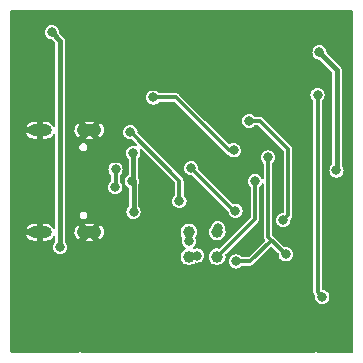
<source format=gbr>
%TF.GenerationSoftware,KiCad,Pcbnew,7.0.7-7.0.7~ubuntu23.04.1*%
%TF.CreationDate,2023-09-26T23:16:17+00:00*%
%TF.ProjectId,TFUSBSERIAL01,54465553-4253-4455-9249-414c30312e6b,REV*%
%TF.SameCoordinates,Original*%
%TF.FileFunction,Copper,L1,Top*%
%TF.FilePolarity,Positive*%
%FSLAX46Y46*%
G04 Gerber Fmt 4.6, Leading zero omitted, Abs format (unit mm)*
G04 Created by KiCad (PCBNEW 7.0.7-7.0.7~ubuntu23.04.1) date 2023-09-26 23:16:17*
%MOMM*%
%LPD*%
G01*
G04 APERTURE LIST*
%TA.AperFunction,SMDPad,CuDef*%
%ADD10C,1.000000*%
%TD*%
%TA.AperFunction,ComponentPad*%
%ADD11O,2.000000X1.000000*%
%TD*%
%TA.AperFunction,ComponentPad*%
%ADD12O,2.100000X1.050000*%
%TD*%
%TA.AperFunction,ViaPad*%
%ADD13C,0.800000*%
%TD*%
%TA.AperFunction,Conductor*%
%ADD14C,0.300000*%
%TD*%
%TA.AperFunction,Conductor*%
%ADD15C,0.400000*%
%TD*%
G04 APERTURE END LIST*
D10*
%TO.P,TP3,1,1*%
%TO.N,Net-(U2-~{DCD})*%
X151200000Y-104600000D03*
%TD*%
%TO.P,TP1,1,1*%
%TO.N,Net-(U2-~{DTR})*%
X153600000Y-106700000D03*
%TD*%
%TO.P,TP4,1,1*%
%TO.N,Net-(U2-~{RI})*%
X153600000Y-104600000D03*
%TD*%
%TO.P,TP2,1,1*%
%TO.N,Net-(U2-~{DSR})*%
X151200000Y-106700000D03*
%TD*%
D11*
%TO.P,J1,G1,SHIELD*%
%TO.N,GND*%
X138591200Y-104637000D03*
%TO.P,J1,G2,SHIELD*%
X138591200Y-95997000D03*
D12*
%TO.P,J1,G3,SHIELD*%
X142771200Y-104637000D03*
%TO.P,J1,G4,SHIELD*%
X142771200Y-95997000D03*
%TD*%
D13*
%TO.N,GND*%
X148040000Y-102871000D03*
X151047000Y-86800000D03*
X162391000Y-86361000D03*
X137626000Y-89663000D03*
X160500000Y-112400000D03*
X144600000Y-95800000D03*
X154349000Y-86800000D03*
X163153000Y-114301000D03*
X163534000Y-86361000D03*
X155400000Y-108200000D03*
X137753000Y-112015000D03*
X164550000Y-86361000D03*
X137753000Y-107697000D03*
X145246000Y-96775000D03*
X137626000Y-92838000D03*
X148441809Y-97259855D03*
X156000000Y-86800000D03*
X155100000Y-110947200D03*
X145119000Y-104141000D03*
X146200000Y-90400000D03*
X154900000Y-96600000D03*
X160994000Y-114301000D03*
X144992000Y-110110000D03*
X152698000Y-86800000D03*
X137753000Y-109475000D03*
X155200000Y-98800000D03*
X145700000Y-114100000D03*
X137626000Y-91314000D03*
X162137000Y-114301000D03*
X161248000Y-86361000D03*
X164296000Y-114301000D03*
X143300000Y-92400000D03*
X147400000Y-95700000D03*
%TO.N,Net-(U2-3V3OUT)*%
X151400000Y-99200000D03*
X155149500Y-102800000D03*
%TO.N,Net-(D1-A)*%
X162255000Y-89400000D03*
X163700000Y-99400000D03*
%TO.N,/VBUS*%
X146516000Y-102900000D03*
X146359940Y-100300014D03*
X146500000Y-97917000D03*
%TO.N,/D+*%
X144991190Y-99310863D03*
X144974000Y-100816500D03*
%TO.N,/TXD*%
X156300000Y-95200000D03*
X159200000Y-103600000D03*
%TO.N,/RXD*%
X159400000Y-106500000D03*
X155200000Y-107100000D03*
X157900000Y-98300000D03*
%TO.N,/#CTS*%
X162500000Y-110100000D03*
X162100000Y-93000000D03*
%TO.N,/RXLED{slash}CBUS1*%
X148200000Y-93218000D03*
X155000000Y-97700000D03*
%TO.N,/TXLED{slash}CBUS2*%
X150400000Y-102000000D03*
X146250000Y-96150000D03*
%TO.N,+5V*%
X140300000Y-105900000D03*
X139600000Y-87700000D03*
%TO.N,Net-(U2-~{RI})*%
X153650500Y-104300000D03*
%TO.N,Net-(U2-~{DSR})*%
X151900000Y-106600000D03*
%TO.N,Net-(U2-~{DCD})*%
X151200510Y-105400000D03*
%TO.N,Net-(U2-~{DTR})*%
X156800000Y-100300000D03*
%TD*%
D14*
%TO.N,Net-(U2-3V3OUT)*%
X151400000Y-99200000D02*
X155000000Y-102800000D01*
X155000000Y-102800000D02*
X155149500Y-102800000D01*
D15*
%TO.N,Net-(D1-A)*%
X162255000Y-89400000D02*
X163748511Y-90893511D01*
X163748511Y-90893511D02*
X163748511Y-99351489D01*
X163748511Y-99351489D02*
X163700000Y-99400000D01*
%TO.N,/VBUS*%
X146359940Y-100300014D02*
X146500000Y-100159954D01*
X146359940Y-100300014D02*
X146516000Y-100456074D01*
X146516000Y-100456074D02*
X146516000Y-102900000D01*
X146500000Y-100159954D02*
X146500000Y-97917000D01*
D14*
%TO.N,/D+*%
X144991190Y-100799310D02*
X144974000Y-100816500D01*
X144991190Y-99310863D02*
X144991190Y-100799310D01*
%TO.N,/TXD*%
X159600000Y-97600000D02*
X157200000Y-95200000D01*
X159200000Y-103600000D02*
X159600000Y-103200000D01*
X157200000Y-95200000D02*
X156300000Y-95200000D01*
X159600000Y-103200000D02*
X159600000Y-97600000D01*
%TO.N,/RXD*%
X157900000Y-98300000D02*
X157900000Y-105000000D01*
X155200000Y-107100000D02*
X156400000Y-107100000D01*
X156400000Y-107100000D02*
X158150000Y-105350000D01*
X157900000Y-105000000D02*
X159400000Y-106500000D01*
X158150000Y-105350000D02*
X158150000Y-105250000D01*
%TO.N,/#CTS*%
X162100000Y-93000000D02*
X162100000Y-109700000D01*
X162100000Y-109700000D02*
X162500000Y-110100000D01*
%TO.N,/RXLED{slash}CBUS1*%
X155000000Y-97700000D02*
X154600000Y-97700000D01*
X154600000Y-97700000D02*
X150118000Y-93218000D01*
X150118000Y-93218000D02*
X148200000Y-93218000D01*
%TO.N,/TXLED{slash}CBUS2*%
X150400000Y-100278000D02*
X150400000Y-102000000D01*
X146250000Y-96150000D02*
X146272000Y-96150000D01*
X146272000Y-96150000D02*
X150400000Y-100278000D01*
D15*
%TO.N,+5V*%
X140300000Y-105900000D02*
X140300000Y-88400000D01*
X140300000Y-88400000D02*
X139600000Y-87700000D01*
D14*
%TO.N,Net-(U2-~{DCD})*%
X151200510Y-105400000D02*
X151200510Y-104600510D01*
X151200510Y-104600510D02*
X151200000Y-104600000D01*
%TO.N,Net-(U2-~{DTR})*%
X156800000Y-103500000D02*
X153600000Y-106700000D01*
X156800000Y-100300000D02*
X156800000Y-103500000D01*
%TD*%
%TA.AperFunction,Conductor*%
%TO.N,GND*%
G36*
X165052691Y-85836407D02*
G01*
X165088655Y-85885907D01*
X165093500Y-85916500D01*
X165093500Y-114717500D01*
X165074593Y-114775691D01*
X165025093Y-114811655D01*
X164994500Y-114816500D01*
X162144092Y-114816500D01*
X162116202Y-114812490D01*
X162092834Y-114805629D01*
X162071962Y-114799500D01*
X162071961Y-114799500D01*
X161928039Y-114799500D01*
X161928037Y-114799500D01*
X161899674Y-114807828D01*
X161883797Y-114812490D01*
X161855908Y-114816500D01*
X142144092Y-114816500D01*
X142116202Y-114812490D01*
X142092834Y-114805629D01*
X142071962Y-114799500D01*
X142071961Y-114799500D01*
X141928039Y-114799500D01*
X141928037Y-114799500D01*
X141899674Y-114807828D01*
X141883797Y-114812490D01*
X141855908Y-114816500D01*
X136193500Y-114816500D01*
X136135309Y-114797593D01*
X136099345Y-114748093D01*
X136094500Y-114717500D01*
X136094500Y-106700000D01*
X150494355Y-106700000D01*
X150514860Y-106868872D01*
X150575182Y-107027930D01*
X150671816Y-107167927D01*
X150671818Y-107167930D01*
X150714260Y-107205530D01*
X150799148Y-107280734D01*
X150949775Y-107359790D01*
X151114944Y-107400500D01*
X151114947Y-107400500D01*
X151285053Y-107400500D01*
X151285056Y-107400500D01*
X151450225Y-107359790D01*
X151600852Y-107280734D01*
X151600854Y-107280731D01*
X151600856Y-107280731D01*
X151679511Y-107211049D01*
X151735605Y-107186613D01*
X151758079Y-107186997D01*
X151849641Y-107199052D01*
X151899999Y-107205682D01*
X151900000Y-107205682D01*
X151900001Y-107205682D01*
X151931352Y-107201554D01*
X152056762Y-107185044D01*
X152202841Y-107124536D01*
X152328282Y-107028282D01*
X152424536Y-106902841D01*
X152485044Y-106756762D01*
X152492517Y-106700000D01*
X152894355Y-106700000D01*
X152914860Y-106868872D01*
X152975182Y-107027930D01*
X153071816Y-107167927D01*
X153071818Y-107167930D01*
X153114260Y-107205530D01*
X153199148Y-107280734D01*
X153349775Y-107359790D01*
X153514944Y-107400500D01*
X153514947Y-107400500D01*
X153685053Y-107400500D01*
X153685056Y-107400500D01*
X153850225Y-107359790D01*
X154000852Y-107280734D01*
X154128183Y-107167929D01*
X154224818Y-107027930D01*
X154285140Y-106868872D01*
X154305645Y-106700000D01*
X154288721Y-106560621D01*
X154300476Y-106500577D01*
X154316991Y-106478689D01*
X157014884Y-103780796D01*
X157030734Y-103767926D01*
X157040669Y-103761437D01*
X157061338Y-103734879D01*
X157065388Y-103730292D01*
X157068375Y-103727307D01*
X157081044Y-103709562D01*
X157112517Y-103669126D01*
X157112519Y-103669118D01*
X157116021Y-103662649D01*
X157119238Y-103656068D01*
X157119237Y-103656068D01*
X157119239Y-103656067D01*
X157133858Y-103606962D01*
X157150500Y-103558488D01*
X157150500Y-103558487D01*
X157151706Y-103551259D01*
X157152617Y-103543954D01*
X157150500Y-103492769D01*
X157150500Y-100836787D01*
X157169407Y-100778596D01*
X157189233Y-100758245D01*
X157228282Y-100728282D01*
X157324536Y-100602841D01*
X157359035Y-100519551D01*
X157398772Y-100473025D01*
X157458267Y-100458741D01*
X157514795Y-100482156D01*
X157546765Y-100534324D01*
X157549500Y-100557436D01*
X157549500Y-104953381D01*
X157547393Y-104973696D01*
X157544957Y-104985315D01*
X157547462Y-105005407D01*
X157549120Y-105018709D01*
X157549500Y-105024837D01*
X157549500Y-105029040D01*
X157551047Y-105038311D01*
X157553087Y-105050541D01*
X157559425Y-105101388D01*
X157561527Y-105108448D01*
X157563907Y-105115380D01*
X157588295Y-105160444D01*
X157610801Y-105206482D01*
X157615078Y-105212472D01*
X157619580Y-105218256D01*
X157630353Y-105228174D01*
X157660358Y-105281497D01*
X157653291Y-105342273D01*
X157633304Y-105371013D01*
X156283814Y-106720504D01*
X156229297Y-106748281D01*
X156213810Y-106749500D01*
X155736787Y-106749500D01*
X155678596Y-106730593D01*
X155658245Y-106710767D01*
X155628285Y-106671722D01*
X155628282Y-106671718D01*
X155628277Y-106671714D01*
X155628276Y-106671713D01*
X155502838Y-106575462D01*
X155356766Y-106514957D01*
X155356758Y-106514955D01*
X155200001Y-106494318D01*
X155199999Y-106494318D01*
X155043241Y-106514955D01*
X155043233Y-106514957D01*
X154897161Y-106575462D01*
X154897160Y-106575462D01*
X154771723Y-106671713D01*
X154771713Y-106671723D01*
X154675462Y-106797160D01*
X154675462Y-106797161D01*
X154614957Y-106943233D01*
X154614955Y-106943241D01*
X154594318Y-107099999D01*
X154594318Y-107100000D01*
X154614955Y-107256758D01*
X154614957Y-107256766D01*
X154675462Y-107402838D01*
X154675462Y-107402839D01*
X154771713Y-107528276D01*
X154771718Y-107528282D01*
X154897159Y-107624536D01*
X155043238Y-107685044D01*
X155160809Y-107700522D01*
X155199999Y-107705682D01*
X155200000Y-107705682D01*
X155200001Y-107705682D01*
X155231352Y-107701554D01*
X155356762Y-107685044D01*
X155502841Y-107624536D01*
X155628282Y-107528282D01*
X155658245Y-107489232D01*
X155708669Y-107454577D01*
X155736787Y-107450500D01*
X156353381Y-107450500D01*
X156373696Y-107452607D01*
X156375844Y-107453057D01*
X156385315Y-107455043D01*
X156418712Y-107450879D01*
X156424837Y-107450500D01*
X156429041Y-107450500D01*
X156439790Y-107448706D01*
X156450540Y-107446912D01*
X156501393Y-107440573D01*
X156501396Y-107440571D01*
X156508429Y-107438477D01*
X156515377Y-107436092D01*
X156515381Y-107436092D01*
X156560444Y-107411704D01*
X156606484Y-107389198D01*
X156612470Y-107384923D01*
X156618256Y-107380420D01*
X156652957Y-107342724D01*
X157338923Y-106656758D01*
X158129995Y-105865684D01*
X158184512Y-105837908D01*
X158244944Y-105847479D01*
X158270003Y-105865685D01*
X158772592Y-106368274D01*
X158800369Y-106422791D01*
X158800741Y-106451197D01*
X158794318Y-106499995D01*
X158794318Y-106500000D01*
X158814955Y-106656758D01*
X158814957Y-106656766D01*
X158875462Y-106802838D01*
X158875462Y-106802839D01*
X158926131Y-106868872D01*
X158971718Y-106928282D01*
X159097159Y-107024536D01*
X159097160Y-107024536D01*
X159097161Y-107024537D01*
X159106212Y-107028286D01*
X159243238Y-107085044D01*
X159356833Y-107099999D01*
X159399999Y-107105682D01*
X159400000Y-107105682D01*
X159400001Y-107105682D01*
X159443167Y-107099999D01*
X159556762Y-107085044D01*
X159702841Y-107024536D01*
X159828282Y-106928282D01*
X159924536Y-106802841D01*
X159985044Y-106656762D01*
X160005682Y-106500000D01*
X159985044Y-106343238D01*
X159965958Y-106297160D01*
X159924537Y-106197161D01*
X159924537Y-106197160D01*
X159828286Y-106071723D01*
X159828285Y-106071722D01*
X159828282Y-106071718D01*
X159828277Y-106071714D01*
X159828276Y-106071713D01*
X159702838Y-105975462D01*
X159556766Y-105914957D01*
X159556758Y-105914955D01*
X159400001Y-105894318D01*
X159399996Y-105894318D01*
X159351197Y-105900741D01*
X159291037Y-105889589D01*
X159268274Y-105872592D01*
X158444146Y-105048464D01*
X158436119Y-105037697D01*
X158435455Y-105038214D01*
X158430418Y-105031742D01*
X158392724Y-104997041D01*
X158279496Y-104883814D01*
X158251719Y-104829297D01*
X158250500Y-104813810D01*
X158250500Y-98836787D01*
X158269407Y-98778596D01*
X158289233Y-98758245D01*
X158328282Y-98728282D01*
X158424536Y-98602841D01*
X158485044Y-98456762D01*
X158505682Y-98300000D01*
X158485044Y-98143238D01*
X158456266Y-98073762D01*
X158424537Y-97997161D01*
X158424537Y-97997160D01*
X158328286Y-97871723D01*
X158328285Y-97871722D01*
X158328282Y-97871718D01*
X158328277Y-97871714D01*
X158328276Y-97871713D01*
X158202838Y-97775462D01*
X158056766Y-97714957D01*
X158056758Y-97714955D01*
X157900001Y-97694318D01*
X157899999Y-97694318D01*
X157743241Y-97714955D01*
X157743233Y-97714957D01*
X157597161Y-97775462D01*
X157597160Y-97775462D01*
X157471723Y-97871713D01*
X157471713Y-97871723D01*
X157375462Y-97997160D01*
X157375462Y-97997161D01*
X157314957Y-98143233D01*
X157314955Y-98143241D01*
X157294318Y-98299999D01*
X157294318Y-98300000D01*
X157314955Y-98456758D01*
X157314957Y-98456766D01*
X157375462Y-98602838D01*
X157375462Y-98602839D01*
X157471713Y-98728276D01*
X157471718Y-98728282D01*
X157471722Y-98728285D01*
X157510767Y-98758245D01*
X157545423Y-98808669D01*
X157549500Y-98836787D01*
X157549500Y-100042563D01*
X157530593Y-100100754D01*
X157481093Y-100136718D01*
X157419907Y-100136718D01*
X157370407Y-100100754D01*
X157359036Y-100080449D01*
X157343343Y-100042563D01*
X157324536Y-99997159D01*
X157228282Y-99871718D01*
X157228277Y-99871714D01*
X157228276Y-99871713D01*
X157133291Y-99798829D01*
X157102841Y-99775464D01*
X157102840Y-99775463D01*
X157102838Y-99775462D01*
X156956766Y-99714957D01*
X156956758Y-99714955D01*
X156800001Y-99694318D01*
X156799999Y-99694318D01*
X156643241Y-99714955D01*
X156643233Y-99714957D01*
X156497161Y-99775462D01*
X156497160Y-99775462D01*
X156371723Y-99871713D01*
X156371713Y-99871723D01*
X156275462Y-99997160D01*
X156275462Y-99997161D01*
X156214957Y-100143233D01*
X156214955Y-100143241D01*
X156194318Y-100299999D01*
X156194318Y-100300000D01*
X156214955Y-100456758D01*
X156214957Y-100456766D01*
X156275462Y-100602838D01*
X156275462Y-100602839D01*
X156371713Y-100728276D01*
X156371718Y-100728282D01*
X156371741Y-100728300D01*
X156410767Y-100758245D01*
X156445423Y-100808669D01*
X156449500Y-100836787D01*
X156449500Y-103313809D01*
X156430593Y-103372000D01*
X156420504Y-103383813D01*
X153820617Y-105983699D01*
X153766100Y-106011476D01*
X153726923Y-106009819D01*
X153722345Y-106008690D01*
X153685056Y-105999500D01*
X153514944Y-105999500D01*
X153514941Y-105999500D01*
X153349776Y-106040209D01*
X153199146Y-106119267D01*
X153071818Y-106232069D01*
X153071816Y-106232071D01*
X153071817Y-106232071D01*
X152975182Y-106372070D01*
X152924511Y-106505682D01*
X152914860Y-106531129D01*
X152897789Y-106671722D01*
X152894355Y-106700000D01*
X152492517Y-106700000D01*
X152505682Y-106600000D01*
X152485044Y-106443238D01*
X152424537Y-106297161D01*
X152424537Y-106297160D01*
X152328286Y-106171723D01*
X152328285Y-106171722D01*
X152328282Y-106171718D01*
X152328277Y-106171714D01*
X152328276Y-106171713D01*
X152202838Y-106075462D01*
X152056766Y-106014957D01*
X152056758Y-106014955D01*
X151900001Y-105994318D01*
X151899999Y-105994318D01*
X151743241Y-106014955D01*
X151743233Y-106014957D01*
X151660627Y-106049174D01*
X151599631Y-106053975D01*
X151547462Y-106022005D01*
X151524047Y-105965477D01*
X151538331Y-105905982D01*
X151562470Y-105879172D01*
X151628792Y-105828282D01*
X151725046Y-105702841D01*
X151785554Y-105556762D01*
X151806192Y-105400000D01*
X151785554Y-105243238D01*
X151739274Y-105131510D01*
X151734474Y-105070515D01*
X151749262Y-105037390D01*
X151824818Y-104927930D01*
X151885140Y-104768872D01*
X151905645Y-104600000D01*
X152894355Y-104600000D01*
X152914860Y-104768872D01*
X152975182Y-104927930D01*
X153071817Y-105067929D01*
X153199148Y-105180734D01*
X153349775Y-105259790D01*
X153514944Y-105300500D01*
X153514947Y-105300500D01*
X153685053Y-105300500D01*
X153685056Y-105300500D01*
X153850225Y-105259790D01*
X154000852Y-105180734D01*
X154128183Y-105067929D01*
X154224818Y-104927930D01*
X154285140Y-104768872D01*
X154305645Y-104600000D01*
X154285140Y-104431128D01*
X154259668Y-104363965D01*
X154254083Y-104315938D01*
X154256182Y-104300000D01*
X154235544Y-104143238D01*
X154230919Y-104132072D01*
X154175037Y-103997161D01*
X154175037Y-103997160D01*
X154078786Y-103871723D01*
X154078785Y-103871722D01*
X154078782Y-103871718D01*
X154078777Y-103871714D01*
X154078776Y-103871713D01*
X153953338Y-103775462D01*
X153807266Y-103714957D01*
X153807258Y-103714955D01*
X153650501Y-103694318D01*
X153650499Y-103694318D01*
X153493741Y-103714955D01*
X153493733Y-103714957D01*
X153347661Y-103775462D01*
X153347660Y-103775462D01*
X153222223Y-103871713D01*
X153222213Y-103871723D01*
X153125963Y-103997160D01*
X153071497Y-104128652D01*
X153061509Y-104147004D01*
X152975181Y-104272070D01*
X152940579Y-104363311D01*
X152916177Y-104427657D01*
X152914860Y-104431129D01*
X152906381Y-104500962D01*
X152894355Y-104600000D01*
X151905645Y-104600000D01*
X151885140Y-104431128D01*
X151824818Y-104272070D01*
X151728183Y-104132071D01*
X151600852Y-104019266D01*
X151450225Y-103940210D01*
X151450224Y-103940209D01*
X151450223Y-103940209D01*
X151285058Y-103899500D01*
X151285056Y-103899500D01*
X151114944Y-103899500D01*
X151114941Y-103899500D01*
X150949776Y-103940209D01*
X150799146Y-104019267D01*
X150671818Y-104132069D01*
X150671816Y-104132072D01*
X150619816Y-104207407D01*
X150575182Y-104272070D01*
X150516177Y-104427657D01*
X150514860Y-104431129D01*
X150506381Y-104500962D01*
X150494355Y-104600000D01*
X150514860Y-104768872D01*
X150572777Y-104921588D01*
X150575182Y-104927929D01*
X150575182Y-104927930D01*
X150651373Y-105038311D01*
X150668869Y-105096942D01*
X150661362Y-105132434D01*
X150647956Y-105164800D01*
X150615467Y-105243236D01*
X150615465Y-105243241D01*
X150594828Y-105399999D01*
X150594828Y-105400000D01*
X150615465Y-105556758D01*
X150615467Y-105556766D01*
X150675972Y-105702838D01*
X150675972Y-105702839D01*
X150747212Y-105795681D01*
X150772228Y-105828282D01*
X150772232Y-105828285D01*
X150772233Y-105828286D01*
X150885521Y-105915215D01*
X150920177Y-105965639D01*
X150918576Y-106026804D01*
X150881328Y-106075345D01*
X150871262Y-106081417D01*
X150799146Y-106119266D01*
X150671818Y-106232069D01*
X150671816Y-106232071D01*
X150671817Y-106232071D01*
X150575182Y-106372070D01*
X150524511Y-106505682D01*
X150514860Y-106531129D01*
X150497789Y-106671722D01*
X150494355Y-106700000D01*
X136094500Y-106700000D01*
X136094500Y-104383000D01*
X137433956Y-104383000D01*
X137820465Y-104383000D01*
X137878656Y-104401907D01*
X137914620Y-104451407D01*
X137915685Y-104509091D01*
X137903057Y-104553479D01*
X137887305Y-104608840D01*
X137897654Y-104720520D01*
X137897655Y-104720523D01*
X137911273Y-104747872D01*
X137920286Y-104808390D01*
X137892005Y-104862648D01*
X137837234Y-104889920D01*
X137822652Y-104891000D01*
X137433957Y-104891000D01*
X137510881Y-105037568D01*
X137510881Y-105037569D01*
X137623599Y-105164800D01*
X137623605Y-105164805D01*
X137763506Y-105261371D01*
X137763509Y-105261373D01*
X137922441Y-105321648D01*
X137922451Y-105321651D01*
X138048848Y-105336999D01*
X138048865Y-105337000D01*
X138337199Y-105337000D01*
X138337200Y-105336999D01*
X138337200Y-105036000D01*
X138356107Y-104977809D01*
X138405607Y-104941845D01*
X138436200Y-104937000D01*
X138746200Y-104937000D01*
X138804391Y-104955907D01*
X138840355Y-105005407D01*
X138845200Y-105036000D01*
X138845200Y-105336998D01*
X138845201Y-105337000D01*
X139133535Y-105337000D01*
X139133551Y-105336999D01*
X139259948Y-105321651D01*
X139259958Y-105321648D01*
X139418890Y-105261373D01*
X139418893Y-105261371D01*
X139558794Y-105164805D01*
X139558800Y-105164800D01*
X139671516Y-105037571D01*
X139712839Y-104958836D01*
X139756623Y-104916097D01*
X139817167Y-104907256D01*
X139871344Y-104935690D01*
X139898461Y-104990538D01*
X139899500Y-105004843D01*
X139899500Y-105402929D01*
X139880593Y-105461120D01*
X139873276Y-105469687D01*
X139775462Y-105597160D01*
X139775462Y-105597161D01*
X139714957Y-105743233D01*
X139714955Y-105743241D01*
X139694318Y-105899999D01*
X139694318Y-105900000D01*
X139714955Y-106056758D01*
X139714957Y-106056766D01*
X139775462Y-106202838D01*
X139775462Y-106202839D01*
X139847837Y-106297160D01*
X139871718Y-106328282D01*
X139997159Y-106424536D01*
X139997160Y-106424536D01*
X139997161Y-106424537D01*
X140061524Y-106451197D01*
X140143238Y-106485044D01*
X140256803Y-106499995D01*
X140299999Y-106505682D01*
X140300000Y-106505682D01*
X140300001Y-106505682D01*
X140331352Y-106501554D01*
X140456762Y-106485044D01*
X140602841Y-106424536D01*
X140728282Y-106328282D01*
X140824536Y-106202841D01*
X140885044Y-106056762D01*
X140905682Y-105900000D01*
X140885044Y-105743238D01*
X140824537Y-105597161D01*
X140824537Y-105597160D01*
X140724332Y-105466570D01*
X140725713Y-105465509D01*
X140701719Y-105418416D01*
X140700500Y-105402929D01*
X140700500Y-104679442D01*
X141517499Y-104679442D01*
X141546927Y-104846342D01*
X141614057Y-105001968D01*
X141715263Y-105137911D01*
X141715265Y-105137913D01*
X141824811Y-105229834D01*
X142088650Y-104965996D01*
X142143167Y-104938219D01*
X142158654Y-104937000D01*
X142585746Y-104937000D01*
X142643937Y-104955907D01*
X142679901Y-105005407D01*
X142679901Y-105066593D01*
X142655750Y-105106004D01*
X142399754Y-105362000D01*
X143142646Y-105362000D01*
X142886650Y-105106004D01*
X142858873Y-105051487D01*
X142868444Y-104991055D01*
X142911709Y-104947790D01*
X142956654Y-104937000D01*
X143349001Y-104937000D01*
X143349002Y-104937000D01*
X143361523Y-104934659D01*
X143422195Y-104942548D01*
X143449720Y-104961968D01*
X143716242Y-105228489D01*
X143765394Y-105196162D01*
X143881697Y-105072889D01*
X143881698Y-105072889D01*
X143966438Y-104926113D01*
X144015046Y-104763755D01*
X144024900Y-104594557D01*
X143995472Y-104427657D01*
X143928342Y-104272031D01*
X143827136Y-104136088D01*
X143827134Y-104136086D01*
X143717587Y-104044164D01*
X143453748Y-104308004D01*
X143399231Y-104335781D01*
X143383744Y-104337000D01*
X142956653Y-104337000D01*
X142898462Y-104318093D01*
X142862498Y-104268593D01*
X142862498Y-104207407D01*
X142886650Y-104167996D01*
X143142647Y-103912000D01*
X142399753Y-103912000D01*
X142655750Y-104167996D01*
X142683528Y-104222513D01*
X142673957Y-104282945D01*
X142630692Y-104326210D01*
X142585747Y-104337000D01*
X142193398Y-104337000D01*
X142180869Y-104339341D01*
X142120197Y-104331448D01*
X142092679Y-104312031D01*
X141826155Y-104045508D01*
X141777007Y-104077835D01*
X141660702Y-104201110D01*
X141660701Y-104201110D01*
X141575961Y-104347886D01*
X141527353Y-104510244D01*
X141517499Y-104679442D01*
X140700500Y-104679442D01*
X140700500Y-103264571D01*
X141944700Y-103264571D01*
X141978002Y-103356068D01*
X141984081Y-103372768D01*
X142058092Y-103460972D01*
X142157808Y-103518543D01*
X142242634Y-103533500D01*
X142242635Y-103533500D01*
X142299765Y-103533500D01*
X142299766Y-103533500D01*
X142384592Y-103518543D01*
X142484308Y-103460972D01*
X142558319Y-103372769D01*
X142597700Y-103264571D01*
X142597700Y-103149429D01*
X142558319Y-103041232D01*
X142484308Y-102953028D01*
X142484307Y-102953027D01*
X142384590Y-102895456D01*
X142299770Y-102880500D01*
X142299766Y-102880500D01*
X142242634Y-102880500D01*
X142242629Y-102880500D01*
X142157809Y-102895456D01*
X142058090Y-102953029D01*
X141984083Y-103041227D01*
X141984079Y-103041234D01*
X141944700Y-103149426D01*
X141944700Y-103264571D01*
X140700500Y-103264571D01*
X140700500Y-100816500D01*
X144368318Y-100816500D01*
X144388955Y-100973258D01*
X144388957Y-100973266D01*
X144449462Y-101119338D01*
X144449462Y-101119339D01*
X144449464Y-101119341D01*
X144545718Y-101244782D01*
X144671159Y-101341036D01*
X144817238Y-101401544D01*
X144934809Y-101417022D01*
X144973999Y-101422182D01*
X144974000Y-101422182D01*
X144974001Y-101422182D01*
X145005352Y-101418054D01*
X145130762Y-101401544D01*
X145276841Y-101341036D01*
X145402282Y-101244782D01*
X145498536Y-101119341D01*
X145559044Y-100973262D01*
X145579682Y-100816500D01*
X145559044Y-100659738D01*
X145535482Y-100602855D01*
X145498537Y-100513661D01*
X145498537Y-100513660D01*
X145402286Y-100388223D01*
X145402285Y-100388222D01*
X145402282Y-100388218D01*
X145399183Y-100385840D01*
X145380421Y-100371443D01*
X145345766Y-100321018D01*
X145341690Y-100292902D01*
X145341690Y-99847650D01*
X145360597Y-99789459D01*
X145380423Y-99769108D01*
X145419472Y-99739145D01*
X145515726Y-99613704D01*
X145576234Y-99467625D01*
X145596872Y-99310863D01*
X145576234Y-99154101D01*
X145515727Y-99008024D01*
X145515727Y-99008023D01*
X145419476Y-98882586D01*
X145419475Y-98882585D01*
X145419472Y-98882581D01*
X145419467Y-98882577D01*
X145419466Y-98882576D01*
X145294028Y-98786325D01*
X145147956Y-98725820D01*
X145147948Y-98725818D01*
X144991191Y-98705181D01*
X144991189Y-98705181D01*
X144834431Y-98725818D01*
X144834423Y-98725820D01*
X144688351Y-98786325D01*
X144688350Y-98786325D01*
X144562913Y-98882576D01*
X144562903Y-98882586D01*
X144466652Y-99008023D01*
X144466652Y-99008024D01*
X144406147Y-99154096D01*
X144406145Y-99154104D01*
X144385508Y-99310862D01*
X144385508Y-99310863D01*
X144406145Y-99467621D01*
X144406147Y-99467629D01*
X144466652Y-99613701D01*
X144466652Y-99613702D01*
X144535051Y-99702841D01*
X144562908Y-99739145D01*
X144587368Y-99757914D01*
X144601957Y-99769108D01*
X144636613Y-99819532D01*
X144640690Y-99847650D01*
X144640690Y-100266521D01*
X144621783Y-100324712D01*
X144601958Y-100345062D01*
X144545724Y-100388212D01*
X144545713Y-100388223D01*
X144449462Y-100513660D01*
X144449462Y-100513661D01*
X144388957Y-100659733D01*
X144388955Y-100659741D01*
X144368318Y-100816499D01*
X144368318Y-100816500D01*
X140700500Y-100816500D01*
X140700500Y-97486158D01*
X141935700Y-97486158D01*
X141976166Y-97597338D01*
X141976167Y-97597339D01*
X141976168Y-97597341D01*
X142052216Y-97687971D01*
X142052218Y-97687973D01*
X142154682Y-97747131D01*
X142241845Y-97762500D01*
X142241846Y-97762500D01*
X142300554Y-97762500D01*
X142300555Y-97762500D01*
X142387718Y-97747131D01*
X142490182Y-97687973D01*
X142566234Y-97597338D01*
X142606700Y-97486158D01*
X142606700Y-97367842D01*
X142566234Y-97256662D01*
X142558748Y-97247741D01*
X142490183Y-97166028D01*
X142490182Y-97166027D01*
X142387718Y-97106869D01*
X142387717Y-97106868D01*
X142387716Y-97106868D01*
X142300559Y-97091500D01*
X142300555Y-97091500D01*
X142241845Y-97091500D01*
X142241840Y-97091500D01*
X142154683Y-97106868D01*
X142052216Y-97166028D01*
X141976168Y-97256658D01*
X141976167Y-97256660D01*
X141976166Y-97256661D01*
X141976166Y-97256662D01*
X141935700Y-97367842D01*
X141935700Y-97486158D01*
X140700500Y-97486158D01*
X140700500Y-96039442D01*
X141517499Y-96039442D01*
X141546927Y-96206342D01*
X141614057Y-96361968D01*
X141715263Y-96497911D01*
X141715265Y-96497913D01*
X141824811Y-96589834D01*
X142088650Y-96325996D01*
X142143167Y-96298219D01*
X142158654Y-96297000D01*
X142585746Y-96297000D01*
X142643937Y-96315907D01*
X142679901Y-96365407D01*
X142679901Y-96426593D01*
X142655750Y-96466004D01*
X142399754Y-96722000D01*
X143142646Y-96722000D01*
X142886650Y-96466004D01*
X142858873Y-96411487D01*
X142868444Y-96351055D01*
X142911709Y-96307790D01*
X142956654Y-96297000D01*
X143349001Y-96297000D01*
X143349002Y-96297000D01*
X143361523Y-96294659D01*
X143422195Y-96302548D01*
X143449720Y-96321968D01*
X143716242Y-96588489D01*
X143765394Y-96556162D01*
X143881697Y-96432889D01*
X143881698Y-96432889D01*
X143966438Y-96286113D01*
X144007189Y-96150000D01*
X145644318Y-96150000D01*
X145664955Y-96306758D01*
X145664957Y-96306766D01*
X145725462Y-96452838D01*
X145725462Y-96452839D01*
X145821713Y-96578276D01*
X145821718Y-96578282D01*
X145947159Y-96674536D01*
X145947160Y-96674536D01*
X145947161Y-96674537D01*
X146061747Y-96722000D01*
X146093238Y-96735044D01*
X146250000Y-96755682D01*
X146318239Y-96746697D01*
X146378397Y-96757846D01*
X146401164Y-96774846D01*
X146819542Y-97193224D01*
X146847319Y-97247741D01*
X146837748Y-97308173D01*
X146794483Y-97351438D01*
X146734051Y-97361009D01*
X146711653Y-97354692D01*
X146656767Y-97331957D01*
X146656758Y-97331955D01*
X146500001Y-97311318D01*
X146499999Y-97311318D01*
X146343241Y-97331955D01*
X146343233Y-97331957D01*
X146197161Y-97392462D01*
X146197160Y-97392462D01*
X146071723Y-97488713D01*
X146071713Y-97488723D01*
X145975462Y-97614160D01*
X145975462Y-97614161D01*
X145914957Y-97760233D01*
X145914955Y-97760241D01*
X145894318Y-97916999D01*
X145894318Y-97917000D01*
X145914955Y-98073758D01*
X145914957Y-98073766D01*
X145975462Y-98219838D01*
X145975462Y-98219839D01*
X146075668Y-98350431D01*
X146074283Y-98351493D01*
X146098279Y-98398569D01*
X146099500Y-98414071D01*
X146099500Y-99694120D01*
X146080593Y-99752311D01*
X146060768Y-99772662D01*
X145931660Y-99871730D01*
X145931653Y-99871737D01*
X145835402Y-99997174D01*
X145835402Y-99997175D01*
X145774897Y-100143247D01*
X145774895Y-100143255D01*
X145754258Y-100300013D01*
X145754258Y-100300014D01*
X145774895Y-100456772D01*
X145774897Y-100456780D01*
X145835402Y-100602852D01*
X145835402Y-100602853D01*
X145931653Y-100728290D01*
X145931658Y-100728296D01*
X145931662Y-100728299D01*
X145931663Y-100728300D01*
X146057097Y-100824549D01*
X146062720Y-100827795D01*
X146061654Y-100829640D01*
X146100897Y-100863139D01*
X146115500Y-100914889D01*
X146115500Y-102402929D01*
X146096593Y-102461120D01*
X146089276Y-102469687D01*
X145991462Y-102597160D01*
X145991462Y-102597161D01*
X145930957Y-102743233D01*
X145930955Y-102743241D01*
X145910318Y-102899999D01*
X145910318Y-102900000D01*
X145930955Y-103056758D01*
X145930957Y-103056766D01*
X145991462Y-103202838D01*
X145991462Y-103202839D01*
X146084844Y-103324537D01*
X146087718Y-103328282D01*
X146213159Y-103424536D01*
X146213160Y-103424536D01*
X146213161Y-103424537D01*
X146318486Y-103468164D01*
X146359238Y-103485044D01*
X146476809Y-103500522D01*
X146515999Y-103505682D01*
X146516000Y-103505682D01*
X146516001Y-103505682D01*
X146547352Y-103501554D01*
X146672762Y-103485044D01*
X146818841Y-103424536D01*
X146944282Y-103328282D01*
X147040536Y-103202841D01*
X147101044Y-103056762D01*
X147121682Y-102900000D01*
X147101044Y-102743238D01*
X147059621Y-102643233D01*
X147040537Y-102597161D01*
X147040537Y-102597160D01*
X146940332Y-102466570D01*
X146941713Y-102465509D01*
X146917719Y-102418416D01*
X146916500Y-102402929D01*
X146916500Y-100545234D01*
X146924036Y-100507348D01*
X146938253Y-100473025D01*
X146944984Y-100456776D01*
X146965622Y-100300014D01*
X146944984Y-100143252D01*
X146944982Y-100143246D01*
X146908036Y-100054050D01*
X146900500Y-100016165D01*
X146900500Y-98414071D01*
X146919407Y-98355880D01*
X146926715Y-98347324D01*
X146963028Y-98300000D01*
X147024536Y-98219841D01*
X147085044Y-98073762D01*
X147105682Y-97917000D01*
X147085044Y-97760238D01*
X147062306Y-97705345D01*
X147057506Y-97644350D01*
X147089475Y-97592181D01*
X147146003Y-97568766D01*
X147205498Y-97583049D01*
X147223775Y-97597457D01*
X150020504Y-100394186D01*
X150048281Y-100448703D01*
X150049500Y-100464190D01*
X150049500Y-101463211D01*
X150030593Y-101521402D01*
X150010768Y-101541752D01*
X149971721Y-101571714D01*
X149971718Y-101571716D01*
X149875462Y-101697160D01*
X149875462Y-101697161D01*
X149814957Y-101843233D01*
X149814955Y-101843241D01*
X149794318Y-101999999D01*
X149794318Y-102000000D01*
X149814955Y-102156758D01*
X149814957Y-102156766D01*
X149875462Y-102302838D01*
X149875462Y-102302839D01*
X149971713Y-102428276D01*
X149971718Y-102428282D01*
X150097159Y-102524536D01*
X150243238Y-102585044D01*
X150360809Y-102600522D01*
X150399999Y-102605682D01*
X150400000Y-102605682D01*
X150400001Y-102605682D01*
X150431352Y-102601554D01*
X150556762Y-102585044D01*
X150702841Y-102524536D01*
X150828282Y-102428282D01*
X150924536Y-102302841D01*
X150985044Y-102156762D01*
X151005682Y-102000000D01*
X150985044Y-101843238D01*
X150924537Y-101697161D01*
X150924537Y-101697160D01*
X150828281Y-101571716D01*
X150828278Y-101571714D01*
X150789232Y-101541752D01*
X150754577Y-101491328D01*
X150750500Y-101463211D01*
X150750500Y-100324618D01*
X150752607Y-100304302D01*
X150754997Y-100292902D01*
X150755043Y-100292685D01*
X150750879Y-100259288D01*
X150750500Y-100253162D01*
X150750500Y-100248961D01*
X150750500Y-100248960D01*
X150746911Y-100227457D01*
X150740573Y-100176608D01*
X150740572Y-100176606D01*
X150740572Y-100176603D01*
X150738480Y-100169577D01*
X150736091Y-100162616D01*
X150711699Y-100117545D01*
X150689198Y-100071516D01*
X150684930Y-100065538D01*
X150680420Y-100059744D01*
X150642712Y-100025030D01*
X149817682Y-99200000D01*
X150794318Y-99200000D01*
X150814955Y-99356758D01*
X150814957Y-99356766D01*
X150875462Y-99502838D01*
X150875462Y-99502839D01*
X150960530Y-99613702D01*
X150971718Y-99628282D01*
X151097159Y-99724536D01*
X151097160Y-99724536D01*
X151097161Y-99724537D01*
X151243233Y-99785042D01*
X151243238Y-99785044D01*
X151400000Y-99805682D01*
X151448799Y-99799257D01*
X151508958Y-99810407D01*
X151531724Y-99827406D01*
X154526043Y-102821724D01*
X154553820Y-102876241D01*
X154554192Y-102878805D01*
X154564456Y-102956762D01*
X154624962Y-103102838D01*
X154624962Y-103102839D01*
X154693968Y-103192769D01*
X154721218Y-103228282D01*
X154846659Y-103324536D01*
X154846660Y-103324536D01*
X154846661Y-103324537D01*
X154963111Y-103372772D01*
X154992738Y-103385044D01*
X155110309Y-103400522D01*
X155149499Y-103405682D01*
X155149500Y-103405682D01*
X155149501Y-103405682D01*
X155180852Y-103401554D01*
X155306262Y-103385044D01*
X155452341Y-103324536D01*
X155577782Y-103228282D01*
X155674036Y-103102841D01*
X155734544Y-102956762D01*
X155755182Y-102800000D01*
X155734544Y-102643238D01*
X155715458Y-102597160D01*
X155674037Y-102497161D01*
X155674037Y-102497160D01*
X155577786Y-102371723D01*
X155577785Y-102371722D01*
X155577782Y-102371718D01*
X155577777Y-102371714D01*
X155577776Y-102371713D01*
X155488017Y-102302839D01*
X155452341Y-102275464D01*
X155452340Y-102275463D01*
X155452338Y-102275462D01*
X155306266Y-102214957D01*
X155306258Y-102214955D01*
X155149501Y-102194318D01*
X155149499Y-102194318D01*
X154992738Y-102214955D01*
X154986473Y-102216635D01*
X154985892Y-102214469D01*
X154934794Y-102218487D01*
X154887910Y-102192228D01*
X152027406Y-99331724D01*
X151999629Y-99277207D01*
X151999257Y-99248802D01*
X152005682Y-99200000D01*
X151985044Y-99043238D01*
X151970458Y-99008024D01*
X151924537Y-98897161D01*
X151924537Y-98897160D01*
X151828286Y-98771723D01*
X151828285Y-98771722D01*
X151828282Y-98771718D01*
X151828277Y-98771714D01*
X151828276Y-98771713D01*
X151702838Y-98675462D01*
X151556766Y-98614957D01*
X151556758Y-98614955D01*
X151400001Y-98594318D01*
X151399999Y-98594318D01*
X151243241Y-98614955D01*
X151243233Y-98614957D01*
X151097161Y-98675462D01*
X151097160Y-98675462D01*
X150971723Y-98771713D01*
X150971713Y-98771723D01*
X150875462Y-98897160D01*
X150875462Y-98897161D01*
X150814957Y-99043233D01*
X150814955Y-99043241D01*
X150794318Y-99199999D01*
X150794318Y-99200000D01*
X149817682Y-99200000D01*
X146879965Y-96262283D01*
X146852188Y-96207766D01*
X146851816Y-96179363D01*
X146855682Y-96150000D01*
X146835044Y-95993238D01*
X146784098Y-95870244D01*
X146774537Y-95847161D01*
X146774537Y-95847160D01*
X146678286Y-95721723D01*
X146678285Y-95721722D01*
X146678282Y-95721718D01*
X146678277Y-95721714D01*
X146678276Y-95721713D01*
X146561399Y-95632031D01*
X146552841Y-95625464D01*
X146552840Y-95625463D01*
X146552838Y-95625462D01*
X146406766Y-95564957D01*
X146406758Y-95564955D01*
X146250001Y-95544318D01*
X146249999Y-95544318D01*
X146093241Y-95564955D01*
X146093233Y-95564957D01*
X145947161Y-95625462D01*
X145947160Y-95625462D01*
X145821723Y-95721713D01*
X145821713Y-95721723D01*
X145725462Y-95847160D01*
X145725462Y-95847161D01*
X145664957Y-95993233D01*
X145664955Y-95993241D01*
X145644318Y-96149999D01*
X145644318Y-96150000D01*
X144007189Y-96150000D01*
X144015046Y-96123755D01*
X144024900Y-95954557D01*
X143995472Y-95787657D01*
X143928342Y-95632031D01*
X143827136Y-95496088D01*
X143827134Y-95496086D01*
X143717587Y-95404164D01*
X143453748Y-95668004D01*
X143399231Y-95695781D01*
X143383744Y-95697000D01*
X142956653Y-95697000D01*
X142898462Y-95678093D01*
X142862498Y-95628593D01*
X142862498Y-95567407D01*
X142886650Y-95527996D01*
X143142647Y-95272000D01*
X142399753Y-95272000D01*
X142655750Y-95527996D01*
X142683528Y-95582513D01*
X142673957Y-95642945D01*
X142630692Y-95686210D01*
X142585747Y-95697000D01*
X142193398Y-95697000D01*
X142180869Y-95699341D01*
X142120197Y-95691448D01*
X142092679Y-95672031D01*
X141826155Y-95405508D01*
X141777007Y-95437835D01*
X141660702Y-95561110D01*
X141660701Y-95561110D01*
X141575961Y-95707886D01*
X141527353Y-95870244D01*
X141517499Y-96039442D01*
X140700500Y-96039442D01*
X140700500Y-93218000D01*
X147594318Y-93218000D01*
X147614955Y-93374758D01*
X147614957Y-93374766D01*
X147675462Y-93520838D01*
X147675462Y-93520839D01*
X147771713Y-93646276D01*
X147771718Y-93646282D01*
X147897159Y-93742536D01*
X148043238Y-93803044D01*
X148160809Y-93818522D01*
X148199999Y-93823682D01*
X148200000Y-93823682D01*
X148200001Y-93823682D01*
X148231352Y-93819554D01*
X148356762Y-93803044D01*
X148502841Y-93742536D01*
X148628282Y-93646282D01*
X148658245Y-93607232D01*
X148708669Y-93572577D01*
X148736787Y-93568500D01*
X149931810Y-93568500D01*
X149990001Y-93587407D01*
X150001814Y-93597496D01*
X154319199Y-97914881D01*
X154332074Y-97930737D01*
X154338563Y-97940669D01*
X154365110Y-97961332D01*
X154369708Y-97965392D01*
X154372687Y-97968370D01*
X154372690Y-97968372D01*
X154372693Y-97968375D01*
X154390434Y-97981041D01*
X154430874Y-98012517D01*
X154430875Y-98012517D01*
X154430876Y-98012518D01*
X154437318Y-98016005D01*
X154443931Y-98019238D01*
X154443933Y-98019238D01*
X154443934Y-98019239D01*
X154470347Y-98027102D01*
X154520643Y-98061720D01*
X154571713Y-98128276D01*
X154571718Y-98128282D01*
X154697159Y-98224536D01*
X154843238Y-98285044D01*
X154956833Y-98299999D01*
X154999999Y-98305682D01*
X155000000Y-98305682D01*
X155000001Y-98305682D01*
X155043167Y-98299999D01*
X155156762Y-98285044D01*
X155302841Y-98224536D01*
X155428282Y-98128282D01*
X155524536Y-98002841D01*
X155585044Y-97856762D01*
X155605682Y-97700000D01*
X155585044Y-97543238D01*
X155560762Y-97484616D01*
X155524537Y-97397161D01*
X155524537Y-97397160D01*
X155428286Y-97271723D01*
X155428285Y-97271722D01*
X155428282Y-97271718D01*
X155428277Y-97271714D01*
X155428276Y-97271713D01*
X155357104Y-97217101D01*
X155302841Y-97175464D01*
X155302840Y-97175463D01*
X155302838Y-97175462D01*
X155156766Y-97114957D01*
X155156758Y-97114955D01*
X155000001Y-97094318D01*
X154999999Y-97094318D01*
X154843241Y-97114955D01*
X154843236Y-97114957D01*
X154697160Y-97175463D01*
X154697155Y-97175466D01*
X154694733Y-97177325D01*
X154692673Y-97178054D01*
X154691541Y-97178708D01*
X154691419Y-97178498D01*
X154637056Y-97197746D01*
X154578391Y-97180365D01*
X154564466Y-97168784D01*
X152595682Y-95200000D01*
X155694318Y-95200000D01*
X155714955Y-95356758D01*
X155714957Y-95356766D01*
X155775462Y-95502838D01*
X155775462Y-95502839D01*
X155871713Y-95628276D01*
X155871718Y-95628282D01*
X155997159Y-95724536D01*
X156143238Y-95785044D01*
X156260809Y-95800522D01*
X156299999Y-95805682D01*
X156300000Y-95805682D01*
X156300001Y-95805682D01*
X156331352Y-95801554D01*
X156456762Y-95785044D01*
X156602841Y-95724536D01*
X156728282Y-95628282D01*
X156758245Y-95589232D01*
X156808669Y-95554577D01*
X156836787Y-95550500D01*
X157013810Y-95550500D01*
X157072001Y-95569407D01*
X157083814Y-95579496D01*
X159220504Y-97716185D01*
X159248281Y-97770702D01*
X159249500Y-97786189D01*
X159249500Y-102900980D01*
X159230593Y-102959171D01*
X159181093Y-102995135D01*
X159163423Y-102999133D01*
X159043240Y-103014955D01*
X159043233Y-103014957D01*
X158897161Y-103075462D01*
X158897160Y-103075462D01*
X158771723Y-103171713D01*
X158771713Y-103171723D01*
X158675462Y-103297160D01*
X158675462Y-103297161D01*
X158614957Y-103443233D01*
X158614955Y-103443241D01*
X158594318Y-103599999D01*
X158594318Y-103600000D01*
X158614955Y-103756758D01*
X158614957Y-103756766D01*
X158675462Y-103902838D01*
X158675462Y-103902839D01*
X158771713Y-104028276D01*
X158771718Y-104028282D01*
X158897159Y-104124536D01*
X158897160Y-104124536D01*
X158897161Y-104124537D01*
X159043233Y-104185042D01*
X159043238Y-104185044D01*
X159160809Y-104200522D01*
X159199999Y-104205682D01*
X159200000Y-104205682D01*
X159200001Y-104205682D01*
X159234728Y-104201110D01*
X159356762Y-104185044D01*
X159502841Y-104124536D01*
X159628282Y-104028282D01*
X159724536Y-103902841D01*
X159785044Y-103756762D01*
X159805682Y-103600000D01*
X159799784Y-103555199D01*
X159810934Y-103495039D01*
X159835709Y-103468164D01*
X159834632Y-103466994D01*
X159840661Y-103461441D01*
X159840669Y-103461437D01*
X159861338Y-103434879D01*
X159865388Y-103430292D01*
X159868375Y-103427307D01*
X159881044Y-103409562D01*
X159912517Y-103369126D01*
X159912519Y-103369118D01*
X159916021Y-103362649D01*
X159919238Y-103356068D01*
X159919237Y-103356068D01*
X159919239Y-103356067D01*
X159933858Y-103306962D01*
X159950500Y-103258488D01*
X159950500Y-103258487D01*
X159951706Y-103251259D01*
X159952617Y-103243954D01*
X159950500Y-103192769D01*
X159950500Y-97646619D01*
X159952607Y-97626303D01*
X159952617Y-97626254D01*
X159955043Y-97614686D01*
X159950879Y-97581289D01*
X159950500Y-97575163D01*
X159950500Y-97570959D01*
X159946911Y-97549457D01*
X159946135Y-97543233D01*
X159940573Y-97498608D01*
X159940571Y-97498604D01*
X159938476Y-97491566D01*
X159936091Y-97484616D01*
X159911705Y-97439556D01*
X159890980Y-97397161D01*
X159889199Y-97393517D01*
X159889198Y-97393516D01*
X159884951Y-97387567D01*
X159880418Y-97381742D01*
X159842724Y-97347041D01*
X157480801Y-94985119D01*
X157467925Y-94969262D01*
X157461437Y-94959331D01*
X157434885Y-94938665D01*
X157430283Y-94934601D01*
X157427307Y-94931625D01*
X157409560Y-94918954D01*
X157369128Y-94887484D01*
X157362677Y-94883993D01*
X157356068Y-94880761D01*
X157356066Y-94880760D01*
X157306954Y-94866138D01*
X157258488Y-94849500D01*
X157258485Y-94849499D01*
X157251260Y-94848293D01*
X157243955Y-94847383D01*
X157243954Y-94847383D01*
X157243952Y-94847383D01*
X157192769Y-94849500D01*
X156836787Y-94849500D01*
X156778596Y-94830593D01*
X156758245Y-94810767D01*
X156728285Y-94771722D01*
X156728282Y-94771718D01*
X156728277Y-94771714D01*
X156728276Y-94771713D01*
X156602838Y-94675462D01*
X156456766Y-94614957D01*
X156456758Y-94614955D01*
X156300001Y-94594318D01*
X156299999Y-94594318D01*
X156143241Y-94614955D01*
X156143233Y-94614957D01*
X155997161Y-94675462D01*
X155997160Y-94675462D01*
X155871723Y-94771713D01*
X155871713Y-94771723D01*
X155775462Y-94897160D01*
X155775462Y-94897161D01*
X155714957Y-95043233D01*
X155714955Y-95043241D01*
X155694318Y-95199999D01*
X155694318Y-95200000D01*
X152595682Y-95200000D01*
X150398801Y-93003119D01*
X150396268Y-93000000D01*
X161494318Y-93000000D01*
X161514955Y-93156758D01*
X161514957Y-93156766D01*
X161575462Y-93302838D01*
X161575462Y-93302839D01*
X161671713Y-93428276D01*
X161671718Y-93428282D01*
X161671722Y-93428285D01*
X161710767Y-93458245D01*
X161745423Y-93508669D01*
X161749500Y-93536787D01*
X161749500Y-109653381D01*
X161747393Y-109673696D01*
X161744957Y-109685313D01*
X161749120Y-109718709D01*
X161749500Y-109724837D01*
X161749500Y-109729038D01*
X161753087Y-109750541D01*
X161759425Y-109801388D01*
X161761527Y-109808448D01*
X161763907Y-109815380D01*
X161788295Y-109860444D01*
X161810801Y-109906482D01*
X161815078Y-109912472D01*
X161819579Y-109918255D01*
X161857275Y-109952958D01*
X161872592Y-109968274D01*
X161900369Y-110022791D01*
X161900741Y-110051197D01*
X161894318Y-110099995D01*
X161894318Y-110100000D01*
X161914955Y-110256758D01*
X161914957Y-110256766D01*
X161975462Y-110402838D01*
X161975462Y-110402839D01*
X161975464Y-110402841D01*
X162071718Y-110528282D01*
X162197159Y-110624536D01*
X162343238Y-110685044D01*
X162460809Y-110700522D01*
X162499999Y-110705682D01*
X162500000Y-110705682D01*
X162500001Y-110705682D01*
X162531352Y-110701554D01*
X162656762Y-110685044D01*
X162802841Y-110624536D01*
X162928282Y-110528282D01*
X163024536Y-110402841D01*
X163085044Y-110256762D01*
X163105682Y-110100000D01*
X163085044Y-109943238D01*
X163032084Y-109815381D01*
X163024537Y-109797161D01*
X163024537Y-109797160D01*
X162928286Y-109671723D01*
X162928285Y-109671722D01*
X162928282Y-109671718D01*
X162928277Y-109671714D01*
X162928276Y-109671713D01*
X162802838Y-109575462D01*
X162656766Y-109514957D01*
X162656759Y-109514955D01*
X162536577Y-109499133D01*
X162481353Y-109472792D01*
X162452158Y-109419021D01*
X162450500Y-109400980D01*
X162450500Y-93536787D01*
X162469407Y-93478596D01*
X162489233Y-93458245D01*
X162528282Y-93428282D01*
X162624536Y-93302841D01*
X162685044Y-93156762D01*
X162705682Y-93000000D01*
X162685044Y-92843238D01*
X162624537Y-92697161D01*
X162624537Y-92697160D01*
X162528286Y-92571723D01*
X162528285Y-92571722D01*
X162528282Y-92571718D01*
X162528277Y-92571714D01*
X162528276Y-92571713D01*
X162402838Y-92475462D01*
X162256766Y-92414957D01*
X162256758Y-92414955D01*
X162100001Y-92394318D01*
X162099999Y-92394318D01*
X161943241Y-92414955D01*
X161943233Y-92414957D01*
X161797161Y-92475462D01*
X161797160Y-92475462D01*
X161671723Y-92571713D01*
X161671713Y-92571723D01*
X161575462Y-92697160D01*
X161575462Y-92697161D01*
X161514957Y-92843233D01*
X161514955Y-92843241D01*
X161494318Y-92999999D01*
X161494318Y-93000000D01*
X150396268Y-93000000D01*
X150385925Y-92987262D01*
X150379437Y-92977331D01*
X150352885Y-92956665D01*
X150348283Y-92952601D01*
X150345307Y-92949625D01*
X150327560Y-92936954D01*
X150287128Y-92905484D01*
X150280677Y-92901993D01*
X150274068Y-92898761D01*
X150274066Y-92898760D01*
X150224954Y-92884138D01*
X150176488Y-92867500D01*
X150176485Y-92867499D01*
X150169260Y-92866293D01*
X150161955Y-92865383D01*
X150161954Y-92865383D01*
X150161952Y-92865383D01*
X150110769Y-92867500D01*
X148736787Y-92867500D01*
X148678596Y-92848593D01*
X148658245Y-92828767D01*
X148628285Y-92789722D01*
X148628282Y-92789718D01*
X148628277Y-92789714D01*
X148628276Y-92789713D01*
X148507659Y-92697161D01*
X148502841Y-92693464D01*
X148502840Y-92693463D01*
X148502838Y-92693462D01*
X148356766Y-92632957D01*
X148356758Y-92632955D01*
X148200001Y-92612318D01*
X148199999Y-92612318D01*
X148043241Y-92632955D01*
X148043233Y-92632957D01*
X147897161Y-92693462D01*
X147897160Y-92693462D01*
X147771723Y-92789713D01*
X147771713Y-92789723D01*
X147675462Y-92915160D01*
X147675462Y-92915161D01*
X147614957Y-93061233D01*
X147614955Y-93061241D01*
X147594318Y-93217999D01*
X147594318Y-93218000D01*
X140700500Y-93218000D01*
X140700500Y-89400000D01*
X161649318Y-89400000D01*
X161669955Y-89556758D01*
X161669957Y-89556766D01*
X161730462Y-89702838D01*
X161730462Y-89702839D01*
X161730464Y-89702841D01*
X161826718Y-89828282D01*
X161952159Y-89924536D01*
X162098238Y-89985044D01*
X162255000Y-90005682D01*
X162261433Y-90006529D01*
X162261205Y-90008256D01*
X162311472Y-90024589D01*
X162323285Y-90034678D01*
X163319015Y-91030408D01*
X163346792Y-91084925D01*
X163348011Y-91100412D01*
X163348011Y-98864354D01*
X163329104Y-98922545D01*
X163309280Y-98942895D01*
X163271721Y-98971715D01*
X163271713Y-98971723D01*
X163175462Y-99097160D01*
X163175462Y-99097161D01*
X163114957Y-99243233D01*
X163114955Y-99243241D01*
X163094318Y-99399999D01*
X163094318Y-99400000D01*
X163114955Y-99556758D01*
X163114957Y-99556766D01*
X163175462Y-99702838D01*
X163175462Y-99702839D01*
X163271713Y-99828276D01*
X163271718Y-99828282D01*
X163397159Y-99924536D01*
X163543238Y-99985044D01*
X163635383Y-99997175D01*
X163699999Y-100005682D01*
X163700000Y-100005682D01*
X163700001Y-100005682D01*
X163731352Y-100001554D01*
X163856762Y-99985044D01*
X164002841Y-99924536D01*
X164128282Y-99828282D01*
X164224536Y-99702841D01*
X164285044Y-99556762D01*
X164305682Y-99400000D01*
X164285044Y-99243238D01*
X164224536Y-99097159D01*
X164169467Y-99025391D01*
X164149045Y-98967717D01*
X164149011Y-98965126D01*
X164149011Y-90830081D01*
X164149011Y-90830078D01*
X164141551Y-90807119D01*
X164137932Y-90792045D01*
X164134157Y-90768207D01*
X164123205Y-90746714D01*
X164117263Y-90732368D01*
X164109808Y-90709422D01*
X164095622Y-90689897D01*
X164087509Y-90676657D01*
X164076560Y-90655168D01*
X164053997Y-90632604D01*
X162889678Y-89468285D01*
X162861901Y-89413768D01*
X162861018Y-89402554D01*
X162840044Y-89243241D01*
X162840044Y-89243238D01*
X162779537Y-89097161D01*
X162779537Y-89097160D01*
X162683286Y-88971723D01*
X162683285Y-88971722D01*
X162683282Y-88971718D01*
X162683277Y-88971714D01*
X162683276Y-88971713D01*
X162557838Y-88875462D01*
X162411766Y-88814957D01*
X162411758Y-88814955D01*
X162255001Y-88794318D01*
X162254999Y-88794318D01*
X162098241Y-88814955D01*
X162098233Y-88814957D01*
X161952161Y-88875462D01*
X161952160Y-88875462D01*
X161826723Y-88971713D01*
X161826713Y-88971723D01*
X161730462Y-89097160D01*
X161730462Y-89097161D01*
X161669957Y-89243233D01*
X161669955Y-89243241D01*
X161649318Y-89399999D01*
X161649318Y-89400000D01*
X140700500Y-89400000D01*
X140700500Y-88366630D01*
X140700499Y-88366601D01*
X140700499Y-88336566D01*
X140700498Y-88336565D01*
X140693047Y-88313633D01*
X140689419Y-88298523D01*
X140685646Y-88274697D01*
X140685646Y-88274696D01*
X140674690Y-88253195D01*
X140668750Y-88238852D01*
X140661297Y-88215913D01*
X140661296Y-88215912D01*
X140661296Y-88215910D01*
X140647117Y-88196395D01*
X140639000Y-88183149D01*
X140628050Y-88161658D01*
X140628049Y-88161657D01*
X140538342Y-88071949D01*
X140378557Y-87912165D01*
X140234677Y-87768284D01*
X140206901Y-87713769D01*
X140206018Y-87702552D01*
X140185044Y-87543241D01*
X140185044Y-87543238D01*
X140124537Y-87397161D01*
X140124537Y-87397160D01*
X140028286Y-87271723D01*
X140028285Y-87271722D01*
X140028282Y-87271718D01*
X140028277Y-87271714D01*
X140028276Y-87271713D01*
X139902838Y-87175462D01*
X139756766Y-87114957D01*
X139756758Y-87114955D01*
X139600001Y-87094318D01*
X139599999Y-87094318D01*
X139443241Y-87114955D01*
X139443233Y-87114957D01*
X139297161Y-87175462D01*
X139297160Y-87175462D01*
X139171723Y-87271713D01*
X139171713Y-87271723D01*
X139075462Y-87397160D01*
X139075462Y-87397161D01*
X139014957Y-87543233D01*
X139014955Y-87543241D01*
X138994318Y-87699999D01*
X138994318Y-87700000D01*
X139014955Y-87856758D01*
X139014957Y-87856766D01*
X139075462Y-88002838D01*
X139075462Y-88002839D01*
X139075464Y-88002841D01*
X139171718Y-88128282D01*
X139297159Y-88224536D01*
X139297160Y-88224536D01*
X139297161Y-88224537D01*
X139349605Y-88246260D01*
X139443238Y-88285044D01*
X139600000Y-88305682D01*
X139606433Y-88306529D01*
X139606205Y-88308256D01*
X139656473Y-88324589D01*
X139668285Y-88334678D01*
X139870503Y-88536895D01*
X139898281Y-88591412D01*
X139899500Y-88606899D01*
X139899500Y-95629156D01*
X139880593Y-95687347D01*
X139831093Y-95723311D01*
X139769907Y-95723311D01*
X139720407Y-95687347D01*
X139712840Y-95675163D01*
X139671518Y-95596431D01*
X139671518Y-95596430D01*
X139558800Y-95469199D01*
X139558794Y-95469194D01*
X139418893Y-95372628D01*
X139418890Y-95372626D01*
X139259958Y-95312351D01*
X139259948Y-95312348D01*
X139133551Y-95297000D01*
X138845200Y-95297000D01*
X138845200Y-95598000D01*
X138826293Y-95656191D01*
X138776793Y-95692155D01*
X138746200Y-95697000D01*
X138436200Y-95697000D01*
X138378009Y-95678093D01*
X138342045Y-95628593D01*
X138337200Y-95598000D01*
X138337200Y-95297001D01*
X138337199Y-95297000D01*
X138048848Y-95297000D01*
X137922451Y-95312348D01*
X137922441Y-95312351D01*
X137763509Y-95372626D01*
X137763506Y-95372628D01*
X137623605Y-95469194D01*
X137623599Y-95469199D01*
X137510881Y-95596430D01*
X137510881Y-95596431D01*
X137433956Y-95743000D01*
X137820465Y-95743000D01*
X137878656Y-95761907D01*
X137914620Y-95811407D01*
X137915685Y-95869091D01*
X137903057Y-95913479D01*
X137887305Y-95968840D01*
X137897654Y-96080520D01*
X137897655Y-96080523D01*
X137911273Y-96107872D01*
X137920286Y-96168390D01*
X137892005Y-96222648D01*
X137837234Y-96249920D01*
X137822652Y-96251000D01*
X137433957Y-96251000D01*
X137510881Y-96397568D01*
X137510881Y-96397569D01*
X137623599Y-96524800D01*
X137623605Y-96524805D01*
X137763506Y-96621371D01*
X137763509Y-96621373D01*
X137922441Y-96681648D01*
X137922451Y-96681651D01*
X138048848Y-96696999D01*
X138048865Y-96697000D01*
X138337199Y-96697000D01*
X138337200Y-96696998D01*
X138337200Y-96396000D01*
X138356107Y-96337809D01*
X138405607Y-96301845D01*
X138436200Y-96297000D01*
X138746200Y-96297000D01*
X138804391Y-96315907D01*
X138840355Y-96365407D01*
X138845200Y-96396000D01*
X138845200Y-96696998D01*
X138845201Y-96697000D01*
X139133535Y-96697000D01*
X139133551Y-96696999D01*
X139259948Y-96681651D01*
X139259958Y-96681648D01*
X139418890Y-96621373D01*
X139418893Y-96621371D01*
X139558794Y-96524805D01*
X139558800Y-96524800D01*
X139671516Y-96397571D01*
X139712839Y-96318836D01*
X139756623Y-96276097D01*
X139817167Y-96267256D01*
X139871344Y-96295690D01*
X139898461Y-96350538D01*
X139899500Y-96364843D01*
X139899500Y-104269156D01*
X139880593Y-104327347D01*
X139831093Y-104363311D01*
X139769907Y-104363311D01*
X139720407Y-104327347D01*
X139712840Y-104315163D01*
X139671518Y-104236431D01*
X139671518Y-104236430D01*
X139558800Y-104109199D01*
X139558794Y-104109194D01*
X139418893Y-104012628D01*
X139418890Y-104012626D01*
X139259958Y-103952351D01*
X139259948Y-103952348D01*
X139133551Y-103937000D01*
X138845201Y-103937000D01*
X138845200Y-103937001D01*
X138845200Y-104238000D01*
X138826293Y-104296191D01*
X138776793Y-104332155D01*
X138746200Y-104337000D01*
X138436200Y-104337000D01*
X138378009Y-104318093D01*
X138342045Y-104268593D01*
X138337200Y-104238000D01*
X138337200Y-103937001D01*
X138337199Y-103937000D01*
X138048848Y-103937000D01*
X137922451Y-103952348D01*
X137922441Y-103952351D01*
X137763509Y-104012626D01*
X137763506Y-104012628D01*
X137623605Y-104109194D01*
X137623599Y-104109199D01*
X137510881Y-104236430D01*
X137510881Y-104236431D01*
X137433956Y-104383000D01*
X136094500Y-104383000D01*
X136094500Y-85916500D01*
X136113407Y-85858309D01*
X136162907Y-85822345D01*
X136193500Y-85817500D01*
X164994500Y-85817500D01*
X165052691Y-85836407D01*
G37*
%TD.AperFunction*%
%TD*%
M02*

</source>
